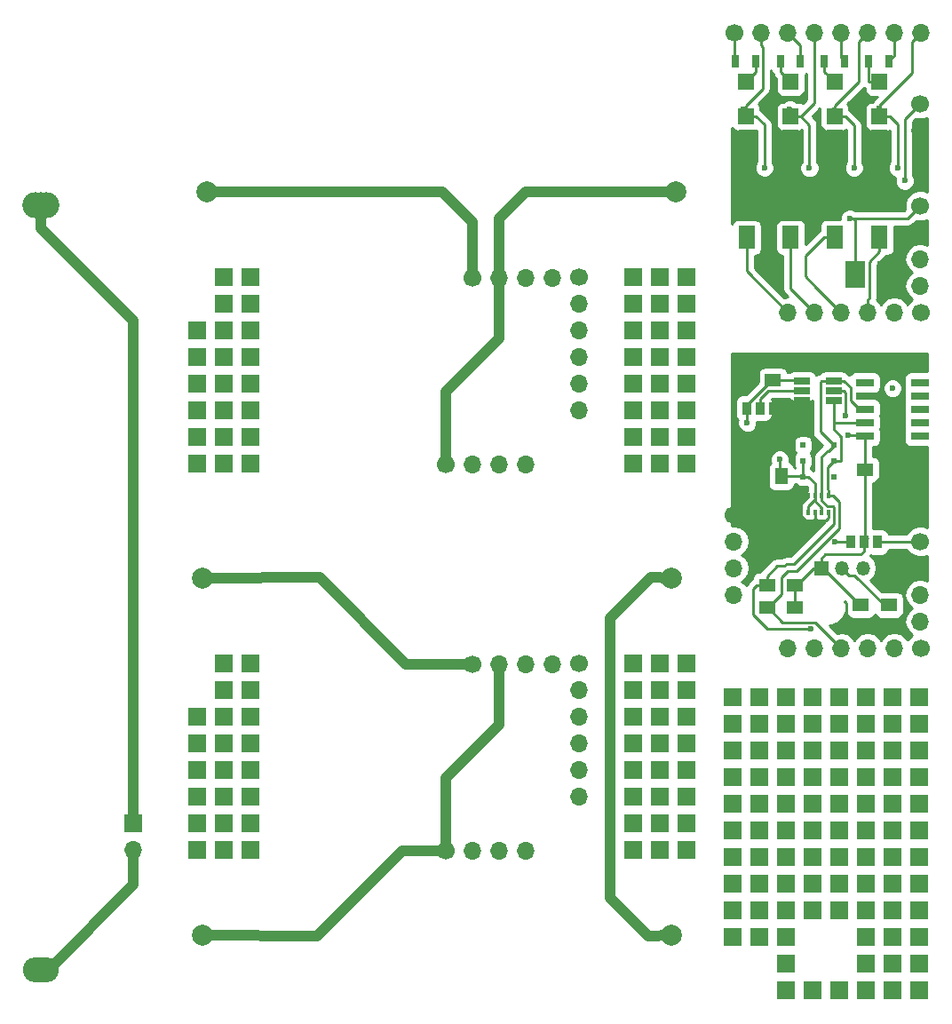
<source format=gtl>
%MOIN*%
%OFA0B0*%
%FSLAX46Y46*%
%IPPOS*%
%LPD*%
%ADD10C,0.0039370078740157488*%
%ADD11R,0.066929133858267723X0.066929133858267723*%
%ADD22C,0.0039370078740157488*%
%ADD23C,0.066929133858267723*%
%ADD24O,0.066929133858267723X0.066929133858267723*%
%ADD25R,0.062992125984251982X0.085826771653543313*%
%ADD26R,0.076771653543307089X0.0984251968503937*%
%ADD27R,0.059055118110236227X0.059055118110236227*%
%ADD28R,0.027559055118110236X0.051181102362204731*%
%ADD29C,0.023622047244094488*%
%ADD30C,0.00984251968503937*%
%ADD31C,0.01*%
%ADD42C,0.0039370078740157488*%
%ADD43O,0.0984251968503937X0.0984251968503937*%
%ADD44O,0.094488188976377951X0.094488188976377951*%
%ADD45R,0.066929133858267723X0.066929133858267723*%
%ADD46O,0.066929133858267723X0.066929133858267723*%
%ADD47C,0.03937007874015748*%
%ADD58C,0.0039370078740157488*%
%ADD59R,0.066929133858267723X0.066929133858267723*%
%ADD60C,0.066929133858267723*%
%ADD61O,0.066929133858267723X0.066929133858267723*%
%ADD62C,0.07874015748031496*%
%ADD63C,0.03937007874015748*%
%ADD74C,0.0039370078740157488*%
%ADD75R,0.066929133858267723X0.066929133858267723*%
%ADD76C,0.066929133858267723*%
%ADD77O,0.066929133858267723X0.066929133858267723*%
%ADD78C,0.07874015748031496*%
%ADD79C,0.03937007874015748*%
%ADD90C,0.0039370078740157488*%
%ADD91C,0.066929133858267723*%
%ADD92O,0.066929133858267723X0.066929133858267723*%
%ADD93R,0.059055118110236227X0.049212598425196853*%
%ADD94R,0.049212598425196853X0.059055118110236227*%
%ADD95R,0.038188976377952759X0.05*%
%ADD96R,0.059055118110236227X0.051181102362204731*%
%ADD97C,0.023622047244094488*%
%ADD98R,0.070866141732283464X0.031496062992125991*%
%ADD99R,0.059055118110236227X0.027559055118110236*%
%ADD100R,0.01968503937007874X0.023622047244094488*%
%ADD101R,0.023622047244094488X0.01968503937007874*%
%ADD102R,0.053149606299212608X0.053149606299212608*%
%ADD103O,0.053149606299212608X0.053149606299212608*%
%ADD104R,0.013779527559055118X0.01968503937007874*%
%ADD105C,0.00984251968503937*%
%ADD106C,0.01*%
%LPD*%
G01*
D10*
D11*
X-0002165354Y0005511811D02*
X0003684645Y0001161811D03*
X0003584645Y0001161811D03*
X0003684645Y0001061811D03*
X0003584645Y0001061811D03*
X0002984645Y0001161811D03*
X0003084645Y0001161811D03*
X0003184645Y0001161811D03*
X0003284645Y0001161811D03*
X0003384645Y0001161811D03*
X0003484645Y0001161811D03*
X0002984645Y0001061811D03*
X0003084645Y0001061811D03*
X0003184645Y0001061811D03*
X0003284645Y0001061811D03*
X0003384645Y0001061811D03*
X0003484645Y0001061811D03*
X0002984645Y0000961810D03*
X0003084645Y0000961810D03*
X0003184645Y0000961810D03*
X0003284645Y0000961810D03*
X0003384645Y0000961810D03*
X0003484645Y0000961810D03*
X0003584645Y0000961810D03*
X0003684645Y0000961810D03*
X0002984645Y0000861810D03*
X0003084645Y0000861810D03*
X0003184645Y0000861810D03*
X0003284645Y0000861810D03*
X0003384645Y0000861810D03*
X0003484645Y0000861810D03*
X0003584645Y0000861810D03*
X0003684645Y0000861810D03*
X0002984645Y0000761810D03*
X0003084645Y0000761810D03*
X0003184645Y0000761810D03*
X0003284645Y0000761810D03*
X0003384645Y0000761810D03*
X0003484645Y0000761810D03*
X0003584645Y0000761810D03*
X0003684645Y0000761810D03*
X0002984645Y0000661811D03*
X0003084645Y0000661811D03*
X0003184645Y0000661811D03*
X0003284645Y0000661811D03*
X0003384645Y0000661811D03*
X0003484645Y0000661811D03*
X0003584645Y0000661811D03*
X0003684645Y0000661811D03*
X0002984645Y0000561810D03*
X0003084645Y0000561810D03*
X0003184645Y0000561810D03*
X0003284645Y0000561810D03*
X0003384645Y0000561810D03*
X0003484645Y0000561810D03*
X0003584645Y0000561810D03*
X0003684645Y0000561810D03*
X0002984645Y0000461809D03*
X0003084645Y0000461809D03*
X0003184645Y0000461809D03*
X0003284645Y0000461809D03*
X0003384645Y0000461809D03*
X0003484645Y0000461809D03*
X0003584645Y0000461809D03*
X0003684645Y0000461809D03*
X0002984645Y0000361810D03*
X0003084645Y0000361810D03*
X0003184645Y0000361810D03*
X0003284645Y0000361810D03*
X0003384645Y0000361810D03*
X0003484645Y0000361810D03*
X0003584645Y0000361810D03*
X0003684645Y0000361810D03*
X0002984645Y0000261811D03*
X0003084645Y0000261811D03*
X0003184645Y0000261811D03*
X0003484645Y0000261811D03*
X0003584645Y0000261811D03*
X0003684645Y0000261811D03*
X0003184645Y0000161811D03*
X0003484645Y0000161811D03*
X0003584645Y0000161811D03*
X0003684645Y0000161811D03*
X0003184645Y0000061810D03*
X0003284645Y0000061810D03*
X0003384645Y0000061810D03*
X0003484645Y0000061810D03*
X0003584645Y0000061810D03*
X0003684645Y0000061810D03*
G01*
D22*
D23*
X-0003740157Y0007480314D02*
X0003684842Y0003390314D03*
D24*
X0003684842Y0003290314D03*
D23*
X0002989842Y0003657314D03*
D24*
X0003089842Y0003657314D03*
X0003189842Y0003657314D03*
X0003289842Y0003657314D03*
X0003389842Y0003657314D03*
X0003489842Y0003657314D03*
X0003589842Y0003657314D03*
X0003689842Y0003657314D03*
D23*
X0003687341Y0003007814D03*
D24*
X0003687341Y0002907814D03*
X0003687341Y0002807814D03*
X0003687341Y0002707814D03*
D23*
X0003689842Y0002607813D03*
D24*
X0003589842Y0002607813D03*
X0003489842Y0002607813D03*
X0003389842Y0002607813D03*
X0003289842Y0002607813D03*
X0003189842Y0002607813D03*
D25*
X0003035842Y0002888606D03*
X0003035842Y0003250023D03*
X0003200842Y0002889606D03*
X0003200842Y0003251023D03*
X0003366842Y0002889606D03*
X0003366842Y0003251023D03*
X0003533842Y0002889606D03*
X0003533842Y0003251023D03*
D26*
X0003443803Y0002751314D03*
X0003563881Y0002751314D03*
D27*
X0003031842Y0003473274D03*
X0003031842Y0003343354D03*
D28*
X0002994440Y0003551314D03*
X0003069244Y0003551314D03*
D27*
X0003199842Y0003473274D03*
X0003199842Y0003343354D03*
X0003365842Y0003473274D03*
X0003365842Y0003343354D03*
X0003533842Y0003473274D03*
X0003533842Y0003343354D03*
D28*
X0003237244Y0003551314D03*
X0003162440Y0003551314D03*
X0003402244Y0003550314D03*
X0003327440Y0003550314D03*
X0003569243Y0003551314D03*
X0003494440Y0003551314D03*
D29*
X0003564342Y0002754314D03*
X0003628842Y0003101814D03*
X0003422342Y0002959814D03*
X0003102342Y0003150313D03*
X0003023842Y0003369574D03*
X0003271342Y0003149314D03*
X0003197842Y0003369574D03*
X0003438342Y0003149814D03*
X0003365842Y0003367574D03*
X0003601842Y0003150313D03*
X0003533842Y0003373814D03*
D30*
X0003564342Y0002754314D02*
X0003563881Y0002753854D01*
X0003563881Y0002753854D02*
X0003563881Y0002751314D01*
X0003533842Y0002889606D02*
X0003533842Y0002836850D01*
X0003533842Y0002836850D02*
X0003494984Y0002797992D01*
X0003494984Y0002797992D02*
X0003494984Y0002660282D01*
X0003494984Y0002660282D02*
X0003489842Y0002655140D01*
X0003489842Y0002655140D02*
X0003489842Y0002607813D01*
X0003305026Y0002869129D02*
X0003305026Y0002869000D01*
X0003255842Y0002741814D02*
X0003297342Y0002700313D01*
X0003255842Y0002819814D02*
X0003255842Y0002741814D01*
X0003305026Y0002869000D02*
X0003255842Y0002819814D01*
X0003366842Y0002889606D02*
X0003325503Y0002889606D01*
X0003325503Y0002889606D02*
X0003305026Y0002869129D01*
X0003297342Y0002700313D02*
X0003356377Y0002641279D01*
X0003356377Y0002641279D02*
X0003389842Y0002607813D01*
X0003200842Y0002889606D02*
X0003200842Y0002696814D01*
X0003200842Y0002696814D02*
X0003289842Y0002607813D01*
X0003035842Y0002888606D02*
X0003035842Y0002761814D01*
X0003035842Y0002761814D02*
X0003189842Y0002607813D01*
X0003628842Y0003101814D02*
X0003628842Y0003334314D01*
X0003628842Y0003334314D02*
X0003684842Y0003390314D01*
X0003628842Y0003334314D02*
X0003684842Y0003390314D01*
X0003589842Y0003657314D02*
X0003589842Y0003571913D01*
X0003589842Y0003571913D02*
X0003569243Y0003551314D01*
X0003389842Y0003657314D02*
X0003389842Y0003562716D01*
X0003389842Y0003562716D02*
X0003402244Y0003550314D01*
X0003189842Y0003657314D02*
X0003237244Y0003609913D01*
X0003237244Y0003609913D02*
X0003237244Y0003551314D01*
X0002989842Y0003657314D02*
X0002989842Y0003555913D01*
X0002989842Y0003555913D02*
X0002994440Y0003551314D01*
X0003443803Y0002916814D02*
X0003443803Y0002953354D01*
X0003443803Y0002953354D02*
X0003437342Y0002959814D01*
X0003422342Y0002959814D02*
X0003437342Y0002959814D01*
X0003437342Y0002959814D02*
X0003495342Y0002959814D01*
X0003443803Y0002751314D02*
X0003443803Y0002916814D01*
X0003495342Y0002959814D02*
X0003639341Y0002959814D01*
X0003639341Y0002959814D02*
X0003687341Y0003007814D01*
X0003684842Y0003005314D02*
X0003687341Y0003007814D01*
X0003031842Y0003343354D02*
X0003071212Y0003343354D01*
X0003071212Y0003343354D02*
X0003102342Y0003312223D01*
X0003102342Y0003312223D02*
X0003102342Y0003150313D01*
X0003031842Y0003343354D02*
X0003031842Y0003361574D01*
X0003031842Y0003361574D02*
X0003023842Y0003369574D01*
X0003089842Y0003657314D02*
X0003089842Y0003609988D01*
X0003089842Y0003609988D02*
X0003095818Y0003604012D01*
X0003095818Y0003604012D02*
X0003095818Y0003446700D01*
X0003095818Y0003446700D02*
X0003031842Y0003382723D01*
X0003031842Y0003382723D02*
X0003031842Y0003343354D01*
X0003069244Y0003551314D02*
X0003069244Y0003510677D01*
X0003069244Y0003510677D02*
X0003031842Y0003473274D01*
X0003239212Y0003343354D02*
X0003271342Y0003311224D01*
X0003271342Y0003311224D02*
X0003271342Y0003149314D01*
X0003199842Y0003343354D02*
X0003199842Y0003367574D01*
X0003199842Y0003367574D02*
X0003197842Y0003369574D01*
X0003289842Y0003657314D02*
X0003289842Y0003393984D01*
X0003289842Y0003393984D02*
X0003239212Y0003343354D01*
X0003239212Y0003343354D02*
X0003199842Y0003343354D01*
X0003162440Y0003551314D02*
X0003162440Y0003510677D01*
X0003162440Y0003510677D02*
X0003199842Y0003473274D01*
X0003365842Y0003343354D02*
X0003405212Y0003343354D01*
X0003405212Y0003343354D02*
X0003438342Y0003310224D01*
X0003438342Y0003310224D02*
X0003438342Y0003149814D01*
X0003365842Y0003343354D02*
X0003365842Y0003367574D01*
X0003489842Y0003657314D02*
X0003456377Y0003623850D01*
X0003456377Y0003623850D02*
X0003456377Y0003473259D01*
X0003456377Y0003473259D02*
X0003365842Y0003382723D01*
X0003365842Y0003382723D02*
X0003365842Y0003343354D01*
X0003327440Y0003550314D02*
X0003327440Y0003511677D01*
X0003327440Y0003511677D02*
X0003365842Y0003473274D01*
X0003533842Y0003343354D02*
X0003573211Y0003343354D01*
X0003573211Y0003343354D02*
X0003601842Y0003314724D01*
X0003601842Y0003314724D02*
X0003601842Y0003150313D01*
X0003533842Y0003382723D02*
X0003533842Y0003373814D01*
X0003533842Y0003343354D02*
X0003533842Y0003373814D01*
X0003689842Y0003657314D02*
X0003656377Y0003623850D01*
X0003656377Y0003623850D02*
X0003656377Y0003505259D01*
X0003656377Y0003505259D02*
X0003533842Y0003382723D01*
X0003494440Y0003551314D02*
X0003494440Y0003473307D01*
X0003494440Y0003473307D02*
X0003494471Y0003473274D01*
X0003494471Y0003473274D02*
X0003533842Y0003473274D01*
D31*
G36*
X0003712204Y0002860931D02*
X0003710861Y0002861829D01*
X0003688487Y0002866279D01*
X0003686197Y0002866279D01*
X0003663823Y0002861829D01*
X0003644856Y0002849155D01*
X0003632182Y0002830188D01*
X0003627732Y0002807814D01*
X0003632182Y0002785441D01*
X0003644856Y0002766474D01*
X0003657815Y0002757814D01*
X0003644856Y0002749155D01*
X0003632182Y0002730188D01*
X0003627732Y0002707814D01*
X0003632182Y0002685440D01*
X0003644856Y0002666474D01*
X0003657792Y0002657830D01*
X0003656768Y0002657407D01*
X0003640307Y0002640975D01*
X0003639198Y0002638305D01*
X0003631183Y0002650301D01*
X0003612215Y0002662974D01*
X0003589842Y0002667424D01*
X0003567469Y0002662974D01*
X0003548500Y0002650301D01*
X0003539842Y0002637341D01*
X0003531182Y0002650301D01*
X0003523889Y0002655174D01*
X0003524905Y0002660282D01*
X0003524905Y0002785597D01*
X0003555000Y0002815692D01*
X0003558681Y0002821202D01*
X0003565338Y0002821202D01*
X0003574603Y0002822946D01*
X0003583111Y0002828421D01*
X0003588819Y0002836775D01*
X0003590828Y0002846692D01*
X0003590828Y0002929893D01*
X0003639341Y0002929893D01*
X0003650792Y0002932171D01*
X0003660500Y0002938657D01*
X0003672510Y0002950668D01*
X0003675662Y0002949360D01*
X0003698920Y0002949340D01*
X0003712204Y0002954829D01*
X0003712204Y0002860931D01*
X0003712204Y0002860931D01*
G37*
X0003712204Y0002860931D02*
X0003710861Y0002861829D01*
X0003688487Y0002866279D01*
X0003686197Y0002866279D01*
X0003663823Y0002861829D01*
X0003644856Y0002849155D01*
X0003632182Y0002830188D01*
X0003627732Y0002807814D01*
X0003632182Y0002785441D01*
X0003644856Y0002766474D01*
X0003657815Y0002757814D01*
X0003644856Y0002749155D01*
X0003632182Y0002730188D01*
X0003627732Y0002707814D01*
X0003632182Y0002685440D01*
X0003644856Y0002666474D01*
X0003657792Y0002657830D01*
X0003656768Y0002657407D01*
X0003640307Y0002640975D01*
X0003639198Y0002638305D01*
X0003631183Y0002650301D01*
X0003612215Y0002662974D01*
X0003589842Y0002667424D01*
X0003567469Y0002662974D01*
X0003548500Y0002650301D01*
X0003539842Y0002637341D01*
X0003531182Y0002650301D01*
X0003523889Y0002655174D01*
X0003524905Y0002660282D01*
X0003524905Y0002785597D01*
X0003555000Y0002815692D01*
X0003558681Y0002821202D01*
X0003565338Y0002821202D01*
X0003574603Y0002822946D01*
X0003583111Y0002828421D01*
X0003588819Y0002836775D01*
X0003590828Y0002846692D01*
X0003590828Y0002929893D01*
X0003639341Y0002929893D01*
X0003650792Y0002932171D01*
X0003660500Y0002938657D01*
X0003672510Y0002950668D01*
X0003675662Y0002949360D01*
X0003698920Y0002949340D01*
X0003712204Y0002954829D01*
X0003712204Y0002860931D01*
G36*
X0003130390Y0003507951D02*
X0003133482Y0003505838D01*
X0003134797Y0003499226D01*
X0003141283Y0003489518D01*
X0003144825Y0003485977D01*
X0003144825Y0003443748D01*
X0003146568Y0003434483D01*
X0003152043Y0003425974D01*
X0003160397Y0003420266D01*
X0003170314Y0003418258D01*
X0003229370Y0003418258D01*
X0003238634Y0003420001D01*
X0003247143Y0003425476D01*
X0003252851Y0003433830D01*
X0003254859Y0003443748D01*
X0003254859Y0003500956D01*
X0003259921Y0003501908D01*
X0003259921Y0003406378D01*
X0003245595Y0003392052D01*
X0003239287Y0003396363D01*
X0003229370Y0003398371D01*
X0003221109Y0003398371D01*
X0003218721Y0003400763D01*
X0003205196Y0003406379D01*
X0003190552Y0003406392D01*
X0003177017Y0003400799D01*
X0003174585Y0003398371D01*
X0003170314Y0003398371D01*
X0003161050Y0003396628D01*
X0003152541Y0003391153D01*
X0003146832Y0003382798D01*
X0003144825Y0003372881D01*
X0003144825Y0003313826D01*
X0003146568Y0003304562D01*
X0003152043Y0003296053D01*
X0003160397Y0003290345D01*
X0003170314Y0003288337D01*
X0003229370Y0003288337D01*
X0003238634Y0003290080D01*
X0003241421Y0003291873D01*
X0003241421Y0003171459D01*
X0003240153Y0003170193D01*
X0003234537Y0003156669D01*
X0003234525Y0003142024D01*
X0003240117Y0003128490D01*
X0003250463Y0003118126D01*
X0003263988Y0003112510D01*
X0003278632Y0003112497D01*
X0003292167Y0003118089D01*
X0003302530Y0003128435D01*
X0003308147Y0003141960D01*
X0003308159Y0003156605D01*
X0003302567Y0003170139D01*
X0003301263Y0003171445D01*
X0003301263Y0003311224D01*
X0003298986Y0003322674D01*
X0003292500Y0003332381D01*
X0003281527Y0003343354D01*
X0003310825Y0003372651D01*
X0003310825Y0003313826D01*
X0003312567Y0003304562D01*
X0003318043Y0003296053D01*
X0003326398Y0003290345D01*
X0003336314Y0003288337D01*
X0003395370Y0003288337D01*
X0003404634Y0003290080D01*
X0003408421Y0003292516D01*
X0003408421Y0003171959D01*
X0003407153Y0003170693D01*
X0003401537Y0003157169D01*
X0003401525Y0003142524D01*
X0003407116Y0003128990D01*
X0003417462Y0003118626D01*
X0003430988Y0003113010D01*
X0003445632Y0003112997D01*
X0003459167Y0003118588D01*
X0003469531Y0003128935D01*
X0003475147Y0003142459D01*
X0003475159Y0003157105D01*
X0003469567Y0003170639D01*
X0003468263Y0003171945D01*
X0003468263Y0003310224D01*
X0003465986Y0003321674D01*
X0003459500Y0003331381D01*
X0003426370Y0003364511D01*
X0003420859Y0003368193D01*
X0003420859Y0003372881D01*
X0003419116Y0003382146D01*
X0003414599Y0003389166D01*
X0003475854Y0003450421D01*
X0003478825Y0003448436D01*
X0003478825Y0003443748D01*
X0003480568Y0003434483D01*
X0003486043Y0003425974D01*
X0003494398Y0003420266D01*
X0003504314Y0003418258D01*
X0003527061Y0003418258D01*
X0003514424Y0003405621D01*
X0003513017Y0003405040D01*
X0003506337Y0003398371D01*
X0003504314Y0003398371D01*
X0003495050Y0003396628D01*
X0003486541Y0003391153D01*
X0003480833Y0003382798D01*
X0003478825Y0003372881D01*
X0003478825Y0003313826D01*
X0003480568Y0003304562D01*
X0003486043Y0003296053D01*
X0003494398Y0003290345D01*
X0003504314Y0003288337D01*
X0003563370Y0003288337D01*
X0003571920Y0003289945D01*
X0003571920Y0003172459D01*
X0003570653Y0003171193D01*
X0003565037Y0003157669D01*
X0003565025Y0003143023D01*
X0003570617Y0003129490D01*
X0003580963Y0003119126D01*
X0003593935Y0003113739D01*
X0003592037Y0003109169D01*
X0003592025Y0003094524D01*
X0003597616Y0003080990D01*
X0003607963Y0003070626D01*
X0003621487Y0003065010D01*
X0003636131Y0003064997D01*
X0003649667Y0003070588D01*
X0003660031Y0003080934D01*
X0003665647Y0003094460D01*
X0003665659Y0003109105D01*
X0003660067Y0003122639D01*
X0003658763Y0003123945D01*
X0003658763Y0003321921D01*
X0003670011Y0003333168D01*
X0003673162Y0003331860D01*
X0003696420Y0003331840D01*
X0003712204Y0003338362D01*
X0003712204Y0003060795D01*
X0003699022Y0003066269D01*
X0003675764Y0003066289D01*
X0003654268Y0003057407D01*
X0003637807Y0003040975D01*
X0003628888Y0003019495D01*
X0003628867Y0002996236D01*
X0003630207Y0002992994D01*
X0003626948Y0002989735D01*
X0003444486Y0002989735D01*
X0003443221Y0002991003D01*
X0003429696Y0002996618D01*
X0003415052Y0002996632D01*
X0003401517Y0002991040D01*
X0003391153Y0002980693D01*
X0003385537Y0002967169D01*
X0003385529Y0002958009D01*
X0003335346Y0002958009D01*
X0003326082Y0002956266D01*
X0003317573Y0002950790D01*
X0003311864Y0002942436D01*
X0003309855Y0002932519D01*
X0003309855Y0002914445D01*
X0003304345Y0002910763D01*
X0003283870Y0002890287D01*
X0003283607Y0002889895D01*
X0003257828Y0002864115D01*
X0003257828Y0002932519D01*
X0003256085Y0002941784D01*
X0003250609Y0002950292D01*
X0003242254Y0002956001D01*
X0003232338Y0002958009D01*
X0003169346Y0002958009D01*
X0003160082Y0002956266D01*
X0003151572Y0002950790D01*
X0003145864Y0002942436D01*
X0003143856Y0002932519D01*
X0003143856Y0002846692D01*
X0003145599Y0002837428D01*
X0003151075Y0002828919D01*
X0003159429Y0002823211D01*
X0003169346Y0002821202D01*
X0003170921Y0002821202D01*
X0003170921Y0002696814D01*
X0003173198Y0002685364D01*
X0003179685Y0002675657D01*
X0003188236Y0002667104D01*
X0003175417Y0002664554D01*
X0003065763Y0002774208D01*
X0003065763Y0002820203D01*
X0003067338Y0002820203D01*
X0003076602Y0002821946D01*
X0003085110Y0002827421D01*
X0003090820Y0002835775D01*
X0003092828Y0002845692D01*
X0003092828Y0002931518D01*
X0003091085Y0002940784D01*
X0003085609Y0002949292D01*
X0003077255Y0002955001D01*
X0003067338Y0002957009D01*
X0003004346Y0002957009D01*
X0002995081Y0002955265D01*
X0002986573Y0002949790D01*
X0002980863Y0002941436D01*
X0002980708Y0002940664D01*
X0002980708Y0003301236D01*
X0002984043Y0003296053D01*
X0002992398Y0003290345D01*
X0003002313Y0003288337D01*
X0003061370Y0003288337D01*
X0003070634Y0003290080D01*
X0003072421Y0003291229D01*
X0003072421Y0003172459D01*
X0003071153Y0003171193D01*
X0003065537Y0003157669D01*
X0003065525Y0003143023D01*
X0003071117Y0003129490D01*
X0003081463Y0003119126D01*
X0003094988Y0003113510D01*
X0003109632Y0003113497D01*
X0003123167Y0003119089D01*
X0003133531Y0003129435D01*
X0003139146Y0003142960D01*
X0003139159Y0003157605D01*
X0003133567Y0003171139D01*
X0003132263Y0003172444D01*
X0003132263Y0003312223D01*
X0003129986Y0003323673D01*
X0003123500Y0003333381D01*
X0003092370Y0003364511D01*
X0003086859Y0003368193D01*
X0003086859Y0003372881D01*
X0003085115Y0003382146D01*
X0003080599Y0003389166D01*
X0003116976Y0003425543D01*
X0003123462Y0003435250D01*
X0003124388Y0003439907D01*
X0003125740Y0003446700D01*
X0003125740Y0003515177D01*
X0003130390Y0003507951D01*
X0003130390Y0003507951D01*
G37*
X0003130390Y0003507951D02*
X0003133482Y0003505838D01*
X0003134797Y0003499226D01*
X0003141283Y0003489518D01*
X0003144825Y0003485977D01*
X0003144825Y0003443748D01*
X0003146568Y0003434483D01*
X0003152043Y0003425974D01*
X0003160397Y0003420266D01*
X0003170314Y0003418258D01*
X0003229370Y0003418258D01*
X0003238634Y0003420001D01*
X0003247143Y0003425476D01*
X0003252851Y0003433830D01*
X0003254859Y0003443748D01*
X0003254859Y0003500956D01*
X0003259921Y0003501908D01*
X0003259921Y0003406378D01*
X0003245595Y0003392052D01*
X0003239287Y0003396363D01*
X0003229370Y0003398371D01*
X0003221109Y0003398371D01*
X0003218721Y0003400763D01*
X0003205196Y0003406379D01*
X0003190552Y0003406392D01*
X0003177017Y0003400799D01*
X0003174585Y0003398371D01*
X0003170314Y0003398371D01*
X0003161050Y0003396628D01*
X0003152541Y0003391153D01*
X0003146832Y0003382798D01*
X0003144825Y0003372881D01*
X0003144825Y0003313826D01*
X0003146568Y0003304562D01*
X0003152043Y0003296053D01*
X0003160397Y0003290345D01*
X0003170314Y0003288337D01*
X0003229370Y0003288337D01*
X0003238634Y0003290080D01*
X0003241421Y0003291873D01*
X0003241421Y0003171459D01*
X0003240153Y0003170193D01*
X0003234537Y0003156669D01*
X0003234525Y0003142024D01*
X0003240117Y0003128490D01*
X0003250463Y0003118126D01*
X0003263988Y0003112510D01*
X0003278632Y0003112497D01*
X0003292167Y0003118089D01*
X0003302530Y0003128435D01*
X0003308147Y0003141960D01*
X0003308159Y0003156605D01*
X0003302567Y0003170139D01*
X0003301263Y0003171445D01*
X0003301263Y0003311224D01*
X0003298986Y0003322674D01*
X0003292500Y0003332381D01*
X0003281527Y0003343354D01*
X0003310825Y0003372651D01*
X0003310825Y0003313826D01*
X0003312567Y0003304562D01*
X0003318043Y0003296053D01*
X0003326398Y0003290345D01*
X0003336314Y0003288337D01*
X0003395370Y0003288337D01*
X0003404634Y0003290080D01*
X0003408421Y0003292516D01*
X0003408421Y0003171959D01*
X0003407153Y0003170693D01*
X0003401537Y0003157169D01*
X0003401525Y0003142524D01*
X0003407116Y0003128990D01*
X0003417462Y0003118626D01*
X0003430988Y0003113010D01*
X0003445632Y0003112997D01*
X0003459167Y0003118588D01*
X0003469531Y0003128935D01*
X0003475147Y0003142459D01*
X0003475159Y0003157105D01*
X0003469567Y0003170639D01*
X0003468263Y0003171945D01*
X0003468263Y0003310224D01*
X0003465986Y0003321674D01*
X0003459500Y0003331381D01*
X0003426370Y0003364511D01*
X0003420859Y0003368193D01*
X0003420859Y0003372881D01*
X0003419116Y0003382146D01*
X0003414599Y0003389166D01*
X0003475854Y0003450421D01*
X0003478825Y0003448436D01*
X0003478825Y0003443748D01*
X0003480568Y0003434483D01*
X0003486043Y0003425974D01*
X0003494398Y0003420266D01*
X0003504314Y0003418258D01*
X0003527061Y0003418258D01*
X0003514424Y0003405621D01*
X0003513017Y0003405040D01*
X0003506337Y0003398371D01*
X0003504314Y0003398371D01*
X0003495050Y0003396628D01*
X0003486541Y0003391153D01*
X0003480833Y0003382798D01*
X0003478825Y0003372881D01*
X0003478825Y0003313826D01*
X0003480568Y0003304562D01*
X0003486043Y0003296053D01*
X0003494398Y0003290345D01*
X0003504314Y0003288337D01*
X0003563370Y0003288337D01*
X0003571920Y0003289945D01*
X0003571920Y0003172459D01*
X0003570653Y0003171193D01*
X0003565037Y0003157669D01*
X0003565025Y0003143023D01*
X0003570617Y0003129490D01*
X0003580963Y0003119126D01*
X0003593935Y0003113739D01*
X0003592037Y0003109169D01*
X0003592025Y0003094524D01*
X0003597616Y0003080990D01*
X0003607963Y0003070626D01*
X0003621487Y0003065010D01*
X0003636131Y0003064997D01*
X0003649667Y0003070588D01*
X0003660031Y0003080934D01*
X0003665647Y0003094460D01*
X0003665659Y0003109105D01*
X0003660067Y0003122639D01*
X0003658763Y0003123945D01*
X0003658763Y0003321921D01*
X0003670011Y0003333168D01*
X0003673162Y0003331860D01*
X0003696420Y0003331840D01*
X0003712204Y0003338362D01*
X0003712204Y0003060795D01*
X0003699022Y0003066269D01*
X0003675764Y0003066289D01*
X0003654268Y0003057407D01*
X0003637807Y0003040975D01*
X0003628888Y0003019495D01*
X0003628867Y0002996236D01*
X0003630207Y0002992994D01*
X0003626948Y0002989735D01*
X0003444486Y0002989735D01*
X0003443221Y0002991003D01*
X0003429696Y0002996618D01*
X0003415052Y0002996632D01*
X0003401517Y0002991040D01*
X0003391153Y0002980693D01*
X0003385537Y0002967169D01*
X0003385529Y0002958009D01*
X0003335346Y0002958009D01*
X0003326082Y0002956266D01*
X0003317573Y0002950790D01*
X0003311864Y0002942436D01*
X0003309855Y0002932519D01*
X0003309855Y0002914445D01*
X0003304345Y0002910763D01*
X0003283870Y0002890287D01*
X0003283607Y0002889895D01*
X0003257828Y0002864115D01*
X0003257828Y0002932519D01*
X0003256085Y0002941784D01*
X0003250609Y0002950292D01*
X0003242254Y0002956001D01*
X0003232338Y0002958009D01*
X0003169346Y0002958009D01*
X0003160082Y0002956266D01*
X0003151572Y0002950790D01*
X0003145864Y0002942436D01*
X0003143856Y0002932519D01*
X0003143856Y0002846692D01*
X0003145599Y0002837428D01*
X0003151075Y0002828919D01*
X0003159429Y0002823211D01*
X0003169346Y0002821202D01*
X0003170921Y0002821202D01*
X0003170921Y0002696814D01*
X0003173198Y0002685364D01*
X0003179685Y0002675657D01*
X0003188236Y0002667104D01*
X0003175417Y0002664554D01*
X0003065763Y0002774208D01*
X0003065763Y0002820203D01*
X0003067338Y0002820203D01*
X0003076602Y0002821946D01*
X0003085110Y0002827421D01*
X0003090820Y0002835775D01*
X0003092828Y0002845692D01*
X0003092828Y0002931518D01*
X0003091085Y0002940784D01*
X0003085609Y0002949292D01*
X0003077255Y0002955001D01*
X0003067338Y0002957009D01*
X0003004346Y0002957009D01*
X0002995081Y0002955265D01*
X0002986573Y0002949790D01*
X0002980863Y0002941436D01*
X0002980708Y0002940664D01*
X0002980708Y0003301236D01*
X0002984043Y0003296053D01*
X0002992398Y0003290345D01*
X0003002313Y0003288337D01*
X0003061370Y0003288337D01*
X0003070634Y0003290080D01*
X0003072421Y0003291229D01*
X0003072421Y0003172459D01*
X0003071153Y0003171193D01*
X0003065537Y0003157669D01*
X0003065525Y0003143023D01*
X0003071117Y0003129490D01*
X0003081463Y0003119126D01*
X0003094988Y0003113510D01*
X0003109632Y0003113497D01*
X0003123167Y0003119089D01*
X0003133531Y0003129435D01*
X0003139146Y0003142960D01*
X0003139159Y0003157605D01*
X0003133567Y0003171139D01*
X0003132263Y0003172444D01*
X0003132263Y0003312223D01*
X0003129986Y0003323673D01*
X0003123500Y0003333381D01*
X0003092370Y0003364511D01*
X0003086859Y0003368193D01*
X0003086859Y0003372881D01*
X0003085115Y0003382146D01*
X0003080599Y0003389166D01*
X0003116976Y0003425543D01*
X0003123462Y0003435250D01*
X0003124388Y0003439907D01*
X0003125740Y0003446700D01*
X0003125740Y0003515177D01*
X0003130390Y0003507951D01*
G04 next file*
%LPD*%
G01*
D42*
D43*
X-0006692913Y0004921259D02*
X0000406771Y0003011299D03*
X0000367401Y0003011299D03*
D44*
X0000367401Y0000141220D03*
X0000406771Y0000141220D03*
X0000387086Y0000141220D03*
D43*
X0000387086Y0003011299D03*
D45*
X0000734586Y0000691259D03*
D46*
X0000734586Y0000591259D03*
D47*
X0000734586Y0000591259D02*
X0000734586Y0000459192D01*
X0000734586Y0000459192D02*
X0000416614Y0000141220D01*
X0000416614Y0000141220D02*
X0000387086Y0000141220D01*
X0000387086Y0003011299D02*
X0000387086Y0002924684D01*
X0000387086Y0002924684D02*
X0000734586Y0002577185D01*
X0000734586Y0002577185D02*
X0000734586Y0000691259D01*
G01*
D58*
D59*
X-0002465984Y-0006139999D02*
X0001171515Y0000590000D03*
X0001171515Y0000689999D03*
X0001171515Y0000790000D03*
X0001171515Y0000890000D03*
X0001171515Y0000990000D03*
X0001171515Y0001090000D03*
X0001171515Y0001190000D03*
X0001171515Y0001290000D03*
X0001071515Y0000590000D03*
X0001071515Y0000689999D03*
X0001071515Y0000790000D03*
X0001071515Y0000890000D03*
X0001071515Y0000990000D03*
X0001071515Y0001090000D03*
X0001071515Y0001190000D03*
X0001071515Y0001290000D03*
X0000971515Y0000590000D03*
X0000971515Y0000689999D03*
X0000971515Y0000790000D03*
X0000971515Y0000890000D03*
X0000971515Y0000990000D03*
X0000971515Y0001090000D03*
X0002609015Y0000590000D03*
X0002609015Y0000689999D03*
X0002609015Y0000790000D03*
X0002609015Y0000890000D03*
X0002609015Y0000990000D03*
X0002609015Y0001090000D03*
X0002609015Y0001190000D03*
X0002609015Y0001290000D03*
X0002709014Y0000590000D03*
X0002709014Y0000689999D03*
X0002709014Y0000790000D03*
X0002709014Y0000890000D03*
X0002709014Y0000990000D03*
X0002709014Y0001090000D03*
X0002709014Y0001190000D03*
X0002709014Y0001290000D03*
X0002809015Y0000590000D03*
X0002809015Y0000689999D03*
X0002809015Y0000790000D03*
X0002809015Y0000890000D03*
X0002809015Y0000990000D03*
X0002809015Y0001090000D03*
X0002809015Y0001190000D03*
X0002809015Y0001290000D03*
D60*
X0001906515Y0000587500D03*
D61*
X0002006514Y0000587500D03*
X0002106515Y0000587500D03*
X0002206515Y0000587500D03*
D60*
X0002006514Y0001287500D03*
D61*
X0002106515Y0001287500D03*
X0002206515Y0001287500D03*
X0002306515Y0001287500D03*
D60*
X0002406515Y0001290000D03*
D61*
X0002406515Y0001190000D03*
X0002406515Y0001090000D03*
X0002406515Y0000990000D03*
X0002406515Y0000890000D03*
X0002406515Y0000790000D03*
D62*
X0000994094Y0001610000D03*
X0002753935Y0001610000D03*
X0002753935Y0000270000D03*
X0000994094Y0000270000D03*
D63*
X0002524015Y0001460000D02*
X0002676515Y0001612500D01*
X0002676515Y0001612500D02*
X0002753935Y0001610000D01*
X0002524015Y0000409999D02*
X0002524015Y0001460000D01*
X0002666515Y0000267500D02*
X0002524015Y0000409999D01*
X0002753935Y0000270000D02*
X0002666515Y0000267500D01*
X0002106515Y0001287500D02*
X0002106515Y0001060000D01*
X0001906515Y0000587500D02*
X0001906515Y0000860000D01*
X0001906515Y0000860000D02*
X0002106515Y0001060000D01*
X0001906515Y0000587500D02*
X0001744015Y0000587500D01*
X0000994094Y0000270000D02*
X0001424015Y0000267500D01*
X0001424015Y0000267500D02*
X0001744015Y0000587500D01*
X0001756514Y0001287500D02*
X0001431515Y0001612500D01*
X0001431515Y0001612500D02*
X0000994094Y0001610000D01*
X0002006514Y0001287500D02*
X0001756514Y0001287500D01*
G04 next file*
G01*
D74*
D75*
X-0002465984Y-0004691496D02*
X0001171515Y0002038503D03*
X0001171515Y0002138503D03*
X0001171515Y0002238503D03*
X0001171515Y0002338503D03*
X0001171515Y0002438503D03*
X0001171515Y0002538503D03*
X0001171515Y0002638503D03*
X0001171515Y0002738503D03*
X0001071515Y0002038503D03*
X0001071515Y0002138503D03*
X0001071515Y0002238503D03*
X0001071515Y0002338503D03*
X0001071515Y0002438503D03*
X0001071515Y0002538503D03*
X0001071515Y0002638503D03*
X0001071515Y0002738503D03*
X0000971515Y0002038503D03*
X0000971515Y0002138503D03*
X0000971515Y0002238503D03*
X0000971515Y0002338503D03*
X0000971515Y0002438503D03*
X0000971515Y0002538503D03*
X0002609015Y0002038503D03*
X0002609015Y0002138503D03*
X0002609015Y0002238503D03*
X0002609015Y0002338503D03*
X0002609015Y0002438503D03*
X0002609015Y0002538503D03*
X0002609015Y0002638503D03*
X0002609015Y0002738503D03*
X0002709014Y0002038503D03*
X0002709014Y0002138503D03*
X0002709014Y0002238503D03*
X0002709014Y0002338503D03*
X0002709014Y0002438503D03*
X0002709014Y0002538503D03*
X0002709014Y0002638503D03*
X0002709014Y0002738503D03*
X0002809015Y0002038503D03*
X0002809015Y0002138503D03*
X0002809015Y0002238503D03*
X0002809015Y0002338503D03*
X0002809015Y0002438503D03*
X0002809015Y0002538503D03*
X0002809015Y0002638503D03*
X0002809015Y0002738503D03*
D76*
X0001906515Y0002036003D03*
D77*
X0002006514Y0002036003D03*
X0002106515Y0002036003D03*
X0002206515Y0002036003D03*
D76*
X0002006514Y0002736002D03*
D77*
X0002106515Y0002736002D03*
X0002206515Y0002736002D03*
X0002306515Y0002736002D03*
D76*
X0002406515Y0002738503D03*
D77*
X0002406515Y0002638503D03*
X0002406515Y0002538503D03*
X0002406515Y0002438503D03*
X0002406515Y0002338503D03*
X0002406515Y0002238503D03*
D78*
X0001009093Y0003061003D03*
X0002768936Y0003061003D03*
D79*
X0002768936Y0003061003D02*
X0002206515Y0003061003D01*
X0002206515Y0003061003D02*
X0002106515Y0002961003D01*
X0002106515Y0002961003D02*
X0002106515Y0002736002D01*
X0002106515Y0002736002D02*
X0002106515Y0002508503D01*
X0001906515Y0002036003D02*
X0001906515Y0002308503D01*
X0001906515Y0002308503D02*
X0002106515Y0002508503D01*
X0002006514Y0002736002D02*
X0002006514Y0002946003D01*
X0002006514Y0002946003D02*
X0001891515Y0003061003D01*
X0001431515Y0003061003D02*
X0001009093Y0003061003D01*
X0001891515Y0003061003D02*
X0001431515Y0003061003D01*
G04 next file*
G04 #@! TF.FileFunction,Copper,L1,Top,Signal*
G04 Gerber Fmt 4.6, Leading zero omitted, Abs format (unit mm)*
G04 Created by KiCad (PCBNEW 4.0.2-stable) date 05.09.2017 20:59:44*
G01*
G04 APERTURE LIST*
G04 APERTURE END LIST*
D90*
D91*
X-0003740157Y0006220472D02*
X0002987342Y0001847972D03*
D92*
X0002987342Y0001747972D03*
X0002987342Y0001647972D03*
X0002987342Y0001547972D03*
D91*
X0003687341Y0001747972D03*
D92*
X0003687341Y0001647972D03*
X0003687341Y0001547972D03*
X0003687341Y0001447972D03*
D91*
X0003689842Y0001347972D03*
D92*
X0003589842Y0001347972D03*
X0003489842Y0001347972D03*
X0003389842Y0001347972D03*
X0003289842Y0001347972D03*
X0003189842Y0001347972D03*
D93*
X0003134055Y0002352972D03*
X0003035629Y0002352972D03*
D94*
X0003164842Y0001992185D03*
X0003164842Y0001893759D03*
D95*
X0003424841Y0001745472D03*
X0003474842Y0001745472D03*
X0003524842Y0001745472D03*
X0003137342Y0002247972D03*
X0003087342Y0002247972D03*
X0003037342Y0002247972D03*
D96*
X0003111692Y0001582972D03*
X0003217992Y0001582972D03*
X0003111692Y0001500472D03*
X0003217992Y0001500472D03*
D97*
X0003582677Y0002322834D03*
D98*
X0003478740Y0002244094D03*
X0003478740Y0002294094D03*
X0003478740Y0002344094D03*
X0003478740Y0002194094D03*
X0003478740Y0002144094D03*
X0003686614Y0002244094D03*
X0003686614Y0002294094D03*
X0003686614Y0002344094D03*
X0003686614Y0002194094D03*
X0003686614Y0002144094D03*
D99*
X0003243287Y0002275570D03*
X0003243287Y0002312972D03*
X0003243287Y0002350374D03*
X0003361397Y0002350374D03*
X0003361397Y0002312972D03*
X0003361397Y0002275570D03*
D100*
X0003247755Y0002109527D03*
X0003247755Y0002050472D03*
X0003247755Y0001991417D03*
X0003361929Y0001991417D03*
X0003361929Y0002050472D03*
X0003361929Y0002109527D03*
D101*
X0003304842Y0002111496D03*
D102*
X0003314841Y0001647972D03*
D103*
X0003393582Y0001647972D03*
X0003472322Y0001647972D03*
X0003551062Y0001647972D03*
D93*
X0003480629Y0002017971D03*
X0003579055Y0002017971D03*
D104*
X0003266456Y0001919467D03*
X0003292046Y0001919467D03*
X0003317637Y0001919467D03*
X0003343228Y0001919467D03*
X0003266456Y0001856476D03*
X0003292046Y0001856476D03*
X0003317637Y0001856476D03*
X0003343228Y0001856476D03*
D96*
X0003570592Y0001509272D03*
X0003464292Y0001509272D03*
D97*
X0003274842Y0001420472D03*
X0003159842Y0002055472D03*
X0003417342Y0002145472D03*
X0003037342Y0002192972D03*
X0003367342Y0001745472D03*
X0003406842Y0002218972D03*
D105*
X0002987342Y0001847972D02*
X0003235196Y0001847972D01*
X0003235196Y0001847972D02*
X0003239842Y0001843326D01*
X0003257696Y0001825472D02*
X0003284250Y0001825472D01*
X0003284250Y0001825472D02*
X0003292046Y0001833267D01*
X0003239842Y0001889900D02*
X0003239842Y0001843326D01*
X0003239842Y0001843326D02*
X0003257696Y0001825472D01*
X0003266456Y0001919467D02*
X0003266456Y0001916515D01*
X0003266456Y0001916515D02*
X0003239842Y0001889900D01*
X0003299842Y0001825472D02*
X0003292046Y0001833267D01*
X0003292046Y0001833267D02*
X0003292046Y0001856476D01*
X0003331909Y0001825472D02*
X0003299842Y0001825472D01*
X0003343228Y0001856476D02*
X0003343228Y0001836791D01*
X0003343228Y0001836791D02*
X0003331909Y0001825472D01*
X0003137342Y0002247972D02*
X0003237342Y0002247972D01*
X0003243287Y0002253917D02*
X0003243287Y0002275570D01*
X0003237342Y0002247972D02*
X0003243287Y0002253917D01*
X0003425342Y0002325799D02*
X0003425342Y0002277807D01*
X0003425342Y0002277807D02*
X0003459055Y0002244094D01*
X0003459055Y0002244094D02*
X0003478740Y0002244094D01*
X0003361397Y0002350374D02*
X0003400767Y0002350374D01*
X0003400767Y0002350374D02*
X0003425342Y0002325799D01*
X0003498425Y0002244094D02*
X0003478740Y0002244094D01*
X0003361397Y0002350374D02*
X0003317244Y0002350374D01*
X0003312342Y0002159114D02*
X0003361929Y0002109527D01*
X0003312342Y0002345472D02*
X0003312342Y0002159114D01*
X0003317244Y0002350374D02*
X0003312342Y0002345472D01*
X0003361929Y0002111496D02*
X0003361929Y0002109527D01*
X0003362913Y0001841098D02*
X0003362913Y0001813543D01*
X0003212342Y0001662972D02*
X0003184786Y0001662972D01*
X0003362913Y0001813543D02*
X0003212342Y0001662972D01*
X0003177503Y0001655689D02*
X0003148976Y0001655689D01*
X0003184786Y0001662972D02*
X0003177503Y0001655689D01*
X0003111692Y0001618405D02*
X0003111692Y0001582972D01*
X0003148976Y0001655689D02*
X0003111692Y0001618405D01*
X0003362913Y0001876555D02*
X0003362913Y0001841098D01*
X0003360354Y0001879113D02*
X0003362913Y0001876555D01*
X0003338307Y0001879113D02*
X0003360354Y0001879113D01*
X0003317637Y0001919467D02*
X0003317637Y0001899783D01*
X0003317637Y0001899783D02*
X0003338307Y0001879113D01*
X0003317637Y0001919467D02*
X0003317637Y0002065236D01*
X0003317637Y0002065236D02*
X0003340275Y0002087873D01*
X0003340275Y0002087873D02*
X0003342244Y0002087873D01*
X0003342244Y0002087873D02*
X0003361929Y0002107559D01*
X0003361929Y0002107559D02*
X0003361929Y0002109527D01*
X0003059842Y0001570492D02*
X0003059842Y0001474173D01*
X0003059842Y0001474173D02*
X0003113543Y0001420472D01*
X0003113543Y0001420472D02*
X0003274842Y0001420472D01*
X0003111692Y0001582972D02*
X0003072322Y0001582972D01*
X0003072322Y0001582972D02*
X0003059842Y0001570492D01*
X0003400841Y0002194094D02*
X0003367264Y0002194094D01*
X0003367264Y0002194094D02*
X0003361397Y0002188227D01*
X0003478740Y0002194094D02*
X0003400841Y0002194094D01*
X0003361397Y0002275570D02*
X0003361397Y0002232972D01*
X0003361397Y0002232972D02*
X0003361397Y0002188227D01*
X0003361397Y0002188227D02*
X0003361397Y0002168917D01*
X0003361397Y0002168917D02*
X0003389842Y0002140472D01*
X0003389842Y0002140472D02*
X0003389842Y0002082971D01*
X0003382342Y0001830771D02*
X0003382342Y0001797971D01*
X0003222341Y0001637972D02*
X0003189542Y0001637972D01*
X0003382342Y0001797971D02*
X0003222341Y0001637972D01*
X0003164842Y0001613271D02*
X0003164842Y0001549685D01*
X0003189542Y0001637972D02*
X0003164842Y0001613271D01*
X0003164842Y0001549685D02*
X0003115629Y0001500472D01*
X0003115629Y0001500472D02*
X0003111692Y0001500472D01*
X0003382342Y0001897085D02*
X0003382342Y0001830771D01*
X0003343228Y0001919467D02*
X0003359960Y0001919467D01*
X0003359960Y0001919467D02*
X0003382342Y0001897085D01*
X0003343228Y0001919467D02*
X0003343228Y0001939153D01*
X0003343228Y0001939153D02*
X0003339291Y0001943090D01*
X0003339291Y0001943090D02*
X0003339291Y0002025866D01*
X0003339291Y0002025866D02*
X0003361929Y0002048503D01*
X0003361929Y0002048503D02*
X0003361929Y0002050472D01*
X0003389842Y0002050472D02*
X0003389842Y0002082971D01*
X0003361929Y0002050472D02*
X0003381614Y0002050472D01*
X0003381614Y0002050472D02*
X0003389842Y0002050472D01*
X0003389842Y0002082971D02*
X0003389842Y0002078385D01*
X0003356377Y0001381436D02*
X0003389842Y0001347972D01*
X0003292736Y0001445078D02*
X0003356377Y0001381436D01*
X0003171023Y0001445078D02*
X0003292736Y0001445078D01*
X0003115629Y0001500472D02*
X0003171023Y0001445078D01*
X0003570592Y0001509272D02*
X0003552755Y0001509272D01*
X0003552755Y0001509272D02*
X0003440629Y0001621397D01*
X0003440629Y0001621397D02*
X0003420157Y0001621397D01*
X0003420157Y0001621397D02*
X0003393582Y0001647972D01*
X0003524842Y0001745472D02*
X0003684842Y0001745472D01*
X0003684842Y0001745472D02*
X0003687341Y0001747972D01*
X0003464292Y0001509272D02*
X0003460355Y0001509272D01*
X0003460355Y0001509272D02*
X0003321655Y0001647972D01*
X0003321655Y0001647972D02*
X0003314841Y0001647972D01*
X0003164842Y0001992185D02*
X0003246988Y0001992185D01*
X0003246988Y0001992185D02*
X0003247755Y0001991417D01*
X0003159842Y0002055472D02*
X0003159842Y0001997185D01*
X0003159842Y0001997185D02*
X0003164842Y0001992185D01*
X0003246988Y0001992185D02*
X0003247755Y0001991417D01*
X0003266456Y0001856476D02*
X0003266456Y0001879704D01*
X0003266456Y0001879704D02*
X0003292046Y0001905295D01*
X0003292046Y0001905295D02*
X0003292046Y0001919467D01*
X0003292046Y0001919467D02*
X0003292046Y0001899783D01*
X0003292046Y0001899783D02*
X0003317637Y0001874192D01*
X0003317637Y0001874192D02*
X0003317637Y0001856476D01*
X0003247755Y0001991417D02*
X0003267440Y0001991417D01*
X0003267440Y0001991417D02*
X0003292046Y0001966810D01*
X0003292046Y0001966810D02*
X0003292046Y0001939153D01*
X0003292046Y0001939153D02*
X0003292046Y0001919467D01*
X0003480629Y0002017971D02*
X0003480629Y0001751259D01*
X0003480629Y0001751259D02*
X0003474842Y0001745472D01*
X0003478740Y0002144094D02*
X0003478740Y0002019861D01*
X0003478740Y0002019861D02*
X0003480629Y0002017971D01*
X0003490629Y0001761259D02*
X0003474842Y0001745472D01*
X0003478740Y0002029862D02*
X0003490629Y0002017971D01*
X0003417342Y0002145472D02*
X0003477361Y0002145472D01*
X0003477361Y0002145472D02*
X0003478740Y0002144094D01*
X0003474842Y0002140196D02*
X0003478740Y0002144094D01*
X0003330925Y0001700472D02*
X0003464685Y0001700472D01*
X0003464685Y0001700472D02*
X0003474842Y0001710629D01*
X0003474842Y0001710629D02*
X0003474842Y0001745472D01*
X0003314841Y0001647972D02*
X0003314841Y0001684389D01*
X0003314841Y0001684389D02*
X0003330925Y0001700472D01*
X0003217992Y0001582972D02*
X0003221929Y0001582972D01*
X0003221929Y0001582972D02*
X0003286929Y0001647972D01*
X0003286929Y0001647972D02*
X0003314841Y0001647972D01*
X0003217992Y0001500472D02*
X0003217992Y0001582972D01*
X0003459055Y0002144094D02*
X0003478740Y0002144094D01*
X0003037342Y0002192972D02*
X0003037342Y0002247972D01*
X0003498425Y0002144094D02*
X0003478740Y0002144094D01*
X0003478740Y0001749370D02*
X0003474842Y0001745472D01*
X0003037342Y0002247972D02*
X0003037342Y0002261181D01*
X0003037342Y0002261181D02*
X0003129133Y0002352972D01*
X0003129133Y0002352972D02*
X0003134055Y0002352972D01*
X0003134055Y0002352972D02*
X0003240688Y0002352972D01*
X0003240688Y0002352972D02*
X0003243287Y0002350374D01*
X0003247755Y0001991417D02*
X0003247755Y0002050472D01*
X0003247755Y0001989448D02*
X0003247755Y0001991417D01*
X0003424841Y0001745472D02*
X0003367342Y0001745472D01*
X0003087342Y0002247972D02*
X0003087342Y0002282814D01*
X0003087342Y0002282814D02*
X0003117500Y0002312972D01*
X0003117500Y0002312972D02*
X0003211791Y0002312972D01*
X0003211791Y0002312972D02*
X0003243287Y0002312972D01*
X0003361397Y0002312972D02*
X0003400767Y0002312972D01*
X0003400767Y0002312972D02*
X0003406842Y0002306897D01*
X0003406842Y0002306897D02*
X0003406842Y0002218972D01*
D106*
G36*
X0003637749Y0001714898D02*
X0003654181Y0001698435D01*
X0003675662Y0001689518D01*
X0003698920Y0001689497D01*
X0003712204Y0001694986D01*
X0003712204Y0001601088D01*
X0003710861Y0001601986D01*
X0003688487Y0001606437D01*
X0003686197Y0001606437D01*
X0003663823Y0001601986D01*
X0003644856Y0001589311D01*
X0003632182Y0001570345D01*
X0003627732Y0001547972D01*
X0003632182Y0001525598D01*
X0003644856Y0001506631D01*
X0003657815Y0001497972D01*
X0003644856Y0001489313D01*
X0003632182Y0001470345D01*
X0003627732Y0001447972D01*
X0003632182Y0001425599D01*
X0003644856Y0001406630D01*
X0003657792Y0001397988D01*
X0003656768Y0001397565D01*
X0003640307Y0001381133D01*
X0003639198Y0001378461D01*
X0003631183Y0001390458D01*
X0003612215Y0001403132D01*
X0003589842Y0001407582D01*
X0003567469Y0001403132D01*
X0003548500Y0001390458D01*
X0003539842Y0001377498D01*
X0003531182Y0001390458D01*
X0003512215Y0001403132D01*
X0003489842Y0001407582D01*
X0003467469Y0001403132D01*
X0003448501Y0001390458D01*
X0003439842Y0001377498D01*
X0003431183Y0001390458D01*
X0003412215Y0001403132D01*
X0003389842Y0001407582D01*
X0003375417Y0001404712D01*
X0003347970Y0001432158D01*
X0003353370Y0001432153D01*
X0003378484Y0001442530D01*
X0003397716Y0001461729D01*
X0003408136Y0001486825D01*
X0003408161Y0001513999D01*
X0003404533Y0001522779D01*
X0003409275Y0001518037D01*
X0003409275Y0001483680D01*
X0003411018Y0001474417D01*
X0003416494Y0001465907D01*
X0003424848Y0001460200D01*
X0003434765Y0001458192D01*
X0003493820Y0001458192D01*
X0003503083Y0001459935D01*
X0003511593Y0001465410D01*
X0003517301Y0001473764D01*
X0003517406Y0001474280D01*
X0003522793Y0001465907D01*
X0003531147Y0001460200D01*
X0003541064Y0001458192D01*
X0003600119Y0001458192D01*
X0003609384Y0001459935D01*
X0003617891Y0001465410D01*
X0003623601Y0001473764D01*
X0003625609Y0001483680D01*
X0003625609Y0001534862D01*
X0003623866Y0001544127D01*
X0003618390Y0001552636D01*
X0003610036Y0001558344D01*
X0003600119Y0001560352D01*
X0003543989Y0001560352D01*
X0003499834Y0001604508D01*
X0003508791Y0001610493D01*
X0003519971Y0001627225D01*
X0003523897Y0001646962D01*
X0003523897Y0001648982D01*
X0003519971Y0001668719D01*
X0003508791Y0001685450D01*
X0003498090Y0001692601D01*
X0003500404Y0001696064D01*
X0003505747Y0001694982D01*
X0003543936Y0001694982D01*
X0003553201Y0001696725D01*
X0003561710Y0001702201D01*
X0003567418Y0001710555D01*
X0003568430Y0001715551D01*
X0003637479Y0001715551D01*
X0003637749Y0001714898D01*
X0003637749Y0001714898D01*
G37*
X0003637749Y0001714898D02*
X0003654181Y0001698435D01*
X0003675662Y0001689518D01*
X0003698920Y0001689497D01*
X0003712204Y0001694986D01*
X0003712204Y0001601088D01*
X0003710861Y0001601986D01*
X0003688487Y0001606437D01*
X0003686197Y0001606437D01*
X0003663823Y0001601986D01*
X0003644856Y0001589311D01*
X0003632182Y0001570345D01*
X0003627732Y0001547972D01*
X0003632182Y0001525598D01*
X0003644856Y0001506631D01*
X0003657815Y0001497972D01*
X0003644856Y0001489313D01*
X0003632182Y0001470345D01*
X0003627732Y0001447972D01*
X0003632182Y0001425599D01*
X0003644856Y0001406630D01*
X0003657792Y0001397988D01*
X0003656768Y0001397565D01*
X0003640307Y0001381133D01*
X0003639198Y0001378461D01*
X0003631183Y0001390458D01*
X0003612215Y0001403132D01*
X0003589842Y0001407582D01*
X0003567469Y0001403132D01*
X0003548500Y0001390458D01*
X0003539842Y0001377498D01*
X0003531182Y0001390458D01*
X0003512215Y0001403132D01*
X0003489842Y0001407582D01*
X0003467469Y0001403132D01*
X0003448501Y0001390458D01*
X0003439842Y0001377498D01*
X0003431183Y0001390458D01*
X0003412215Y0001403132D01*
X0003389842Y0001407582D01*
X0003375417Y0001404712D01*
X0003347970Y0001432158D01*
X0003353370Y0001432153D01*
X0003378484Y0001442530D01*
X0003397716Y0001461729D01*
X0003408136Y0001486825D01*
X0003408161Y0001513999D01*
X0003404533Y0001522779D01*
X0003409275Y0001518037D01*
X0003409275Y0001483680D01*
X0003411018Y0001474417D01*
X0003416494Y0001465907D01*
X0003424848Y0001460200D01*
X0003434765Y0001458192D01*
X0003493820Y0001458192D01*
X0003503083Y0001459935D01*
X0003511593Y0001465410D01*
X0003517301Y0001473764D01*
X0003517406Y0001474280D01*
X0003522793Y0001465907D01*
X0003531147Y0001460200D01*
X0003541064Y0001458192D01*
X0003600119Y0001458192D01*
X0003609384Y0001459935D01*
X0003617891Y0001465410D01*
X0003623601Y0001473764D01*
X0003625609Y0001483680D01*
X0003625609Y0001534862D01*
X0003623866Y0001544127D01*
X0003618390Y0001552636D01*
X0003610036Y0001558344D01*
X0003600119Y0001560352D01*
X0003543989Y0001560352D01*
X0003499834Y0001604508D01*
X0003508791Y0001610493D01*
X0003519971Y0001627225D01*
X0003523897Y0001646962D01*
X0003523897Y0001648982D01*
X0003519971Y0001668719D01*
X0003508791Y0001685450D01*
X0003498090Y0001692601D01*
X0003500404Y0001696064D01*
X0003505747Y0001694982D01*
X0003543936Y0001694982D01*
X0003553201Y0001696725D01*
X0003561710Y0001702201D01*
X0003567418Y0001710555D01*
X0003568430Y0001715551D01*
X0003637479Y0001715551D01*
X0003637749Y0001714898D01*
G36*
X0003712204Y0002385332D02*
X0003651181Y0002385332D01*
X0003641916Y0002383589D01*
X0003633407Y0002378113D01*
X0003627699Y0002369759D01*
X0003625691Y0002359842D01*
X0003625691Y0002328346D01*
X0003627434Y0002319082D01*
X0003627531Y0002318930D01*
X0003625691Y0002309842D01*
X0003625691Y0002278346D01*
X0003627434Y0002269081D01*
X0003627531Y0002268930D01*
X0003625691Y0002259842D01*
X0003625691Y0002228346D01*
X0003627434Y0002219082D01*
X0003627531Y0002218930D01*
X0003625691Y0002209842D01*
X0003625691Y0002178346D01*
X0003627434Y0002169082D01*
X0003627531Y0002168930D01*
X0003625691Y0002159842D01*
X0003625691Y0002128346D01*
X0003627434Y0002119081D01*
X0003632909Y0002110573D01*
X0003641264Y0002104864D01*
X0003651181Y0002102856D01*
X0003712204Y0002102856D01*
X0003712204Y0001800953D01*
X0003699022Y0001806426D01*
X0003675764Y0001806447D01*
X0003654268Y0001797564D01*
X0003637807Y0001781133D01*
X0003635424Y0001775393D01*
X0003568499Y0001775393D01*
X0003567683Y0001779736D01*
X0003562208Y0001788245D01*
X0003553853Y0001793953D01*
X0003543936Y0001795962D01*
X0003510551Y0001795962D01*
X0003510551Y0001967949D01*
X0003519421Y0001969619D01*
X0003527930Y0001975094D01*
X0003533639Y0001983449D01*
X0003535646Y0001993366D01*
X0003535646Y0002042577D01*
X0003533904Y0002051842D01*
X0003528428Y0002060352D01*
X0003520074Y0002066059D01*
X0003510157Y0002068067D01*
X0003508661Y0002068067D01*
X0003508661Y0002102856D01*
X0003514173Y0002102856D01*
X0003523437Y0002104599D01*
X0003531946Y0002110075D01*
X0003537654Y0002118429D01*
X0003539662Y0002128346D01*
X0003539662Y0002159842D01*
X0003537918Y0002169106D01*
X0003537822Y0002169258D01*
X0003539662Y0002178346D01*
X0003539662Y0002209842D01*
X0003537918Y0002219106D01*
X0003537822Y0002219258D01*
X0003539662Y0002228346D01*
X0003539662Y0002259842D01*
X0003537918Y0002269106D01*
X0003532443Y0002277615D01*
X0003524090Y0002283324D01*
X0003514173Y0002285332D01*
X0003460132Y0002285332D01*
X0003455263Y0002290200D01*
X0003455263Y0002302856D01*
X0003514173Y0002302856D01*
X0003523437Y0002304599D01*
X0003531946Y0002310075D01*
X0003535683Y0002315544D01*
X0003545859Y0002315544D01*
X0003551452Y0002302010D01*
X0003561798Y0002291645D01*
X0003575322Y0002286030D01*
X0003589967Y0002286017D01*
X0003603501Y0002291609D01*
X0003613865Y0002301955D01*
X0003619481Y0002315480D01*
X0003619494Y0002330124D01*
X0003613902Y0002343659D01*
X0003603556Y0002354023D01*
X0003590031Y0002359639D01*
X0003575387Y0002359652D01*
X0003561852Y0002354059D01*
X0003551488Y0002343713D01*
X0003545872Y0002330188D01*
X0003545859Y0002315544D01*
X0003535683Y0002315544D01*
X0003537654Y0002318429D01*
X0003539662Y0002328346D01*
X0003539662Y0002359842D01*
X0003537918Y0002369106D01*
X0003532443Y0002377615D01*
X0003524090Y0002383324D01*
X0003514173Y0002385332D01*
X0003443307Y0002385332D01*
X0003434042Y0002383589D01*
X0003425533Y0002378113D01*
X0003421314Y0002371939D01*
X0003412218Y0002378017D01*
X0003411636Y0002378133D01*
X0003409196Y0002381926D01*
X0003400841Y0002387635D01*
X0003390925Y0002389643D01*
X0003331870Y0002389643D01*
X0003322605Y0002387900D01*
X0003314096Y0002382424D01*
X0003311917Y0002379235D01*
X0003305793Y0002378017D01*
X0003296823Y0002372024D01*
X0003296561Y0002373417D01*
X0003291086Y0002381926D01*
X0003282731Y0002387635D01*
X0003272814Y0002389643D01*
X0003213759Y0002389643D01*
X0003204495Y0002387900D01*
X0003196715Y0002382893D01*
X0003188072Y0002382893D01*
X0003187329Y0002386843D01*
X0003181853Y0002395352D01*
X0003173499Y0002401060D01*
X0003163582Y0002403068D01*
X0003104527Y0002403068D01*
X0003095263Y0002401325D01*
X0003086754Y0002395850D01*
X0003081046Y0002387495D01*
X0003079037Y0002377578D01*
X0003079037Y0002345191D01*
X0003032308Y0002298462D01*
X0003018248Y0002298462D01*
X0003008983Y0002296718D01*
X0003000474Y0002291243D01*
X0002994765Y0002282889D01*
X0002992758Y0002272972D01*
X0002992758Y0002222972D01*
X0002994501Y0002213707D01*
X0002999976Y0002205199D01*
X0003001989Y0002203823D01*
X0003000537Y0002200326D01*
X0003000525Y0002185682D01*
X0003006117Y0002172147D01*
X0003016463Y0002161783D01*
X0003029988Y0002156167D01*
X0003044632Y0002156155D01*
X0003058167Y0002161747D01*
X0003068531Y0002172093D01*
X0003074147Y0002185618D01*
X0003074156Y0002197482D01*
X0003106436Y0002197482D01*
X0003115701Y0002199225D01*
X0003124210Y0002204701D01*
X0003129918Y0002213055D01*
X0003131926Y0002222972D01*
X0003131926Y0002272972D01*
X0003130183Y0002282236D01*
X0003129751Y0002282908D01*
X0003129893Y0002283051D01*
X0003194438Y0002283051D01*
X0003195487Y0002281419D01*
X0003203842Y0002275711D01*
X0003213759Y0002273703D01*
X0003272814Y0002273703D01*
X0003282079Y0002275446D01*
X0003282421Y0002275666D01*
X0003282421Y0002159114D01*
X0003284698Y0002147663D01*
X0003291185Y0002137956D01*
X0003319712Y0002109428D01*
X0003319118Y0002109031D01*
X0003296480Y0002086393D01*
X0003289994Y0002076686D01*
X0003287716Y0002065236D01*
X0003287716Y0002013164D01*
X0003278890Y0002019060D01*
X0003277676Y0002019302D01*
X0003277676Y0002023764D01*
X0003281079Y0002028744D01*
X0003283088Y0002038660D01*
X0003283088Y0002062282D01*
X0003281344Y0002071546D01*
X0003275869Y0002080056D01*
X0003275815Y0002080094D01*
X0003281079Y0002087799D01*
X0003283088Y0002097716D01*
X0003283088Y0002121338D01*
X0003281344Y0002130603D01*
X0003275869Y0002139111D01*
X0003267515Y0002144820D01*
X0003257598Y0002146828D01*
X0003237913Y0002146828D01*
X0003228648Y0002145085D01*
X0003220140Y0002139609D01*
X0003214431Y0002131255D01*
X0003212423Y0002121338D01*
X0003212423Y0002097716D01*
X0003214166Y0002088452D01*
X0003219642Y0002079943D01*
X0003219695Y0002079905D01*
X0003214431Y0002072200D01*
X0003212423Y0002062282D01*
X0003212423Y0002038660D01*
X0003214166Y0002029396D01*
X0003217834Y0002023696D01*
X0003217834Y0002022106D01*
X0003214864Y0002022106D01*
X0003213195Y0002030977D01*
X0003207720Y0002039485D01*
X0003199365Y0002045194D01*
X0003195738Y0002045928D01*
X0003196647Y0002048118D01*
X0003196659Y0002062762D01*
X0003191067Y0002076296D01*
X0003180721Y0002086660D01*
X0003167196Y0002092277D01*
X0003152552Y0002092289D01*
X0003139017Y0002086697D01*
X0003128653Y0002076350D01*
X0003123037Y0002062825D01*
X0003123024Y0002048182D01*
X0003125583Y0002041991D01*
X0003122462Y0002039982D01*
X0003116754Y0002031629D01*
X0003114746Y0002021712D01*
X0003114746Y0001962657D01*
X0003116489Y0001953393D01*
X0003121964Y0001944884D01*
X0003130319Y0001939175D01*
X0003140236Y0001937167D01*
X0003189448Y0001937167D01*
X0003198713Y0001938910D01*
X0003207222Y0001944386D01*
X0003212929Y0001952740D01*
X0003214858Y0001962263D01*
X0003219363Y0001962263D01*
X0003219642Y0001961832D01*
X0003227996Y0001956124D01*
X0003237913Y0001954116D01*
X0003257598Y0001954116D01*
X0003261661Y0001954881D01*
X0003262125Y0001954417D01*
X0003262125Y0001939885D01*
X0003261675Y0001939227D01*
X0003259667Y0001929310D01*
X0003259667Y0001915230D01*
X0003245299Y0001900862D01*
X0003238813Y0001891155D01*
X0003236535Y0001879704D01*
X0003236535Y0001876894D01*
X0003236085Y0001876235D01*
X0003234077Y0001866318D01*
X0003234077Y0001846633D01*
X0003235820Y0001837369D01*
X0003241295Y0001828860D01*
X0003249650Y0001823152D01*
X0003259566Y0001821144D01*
X0003273346Y0001821144D01*
X0003282610Y0001822887D01*
X0003291119Y0001828362D01*
X0003291983Y0001829626D01*
X0003292476Y0001828860D01*
X0003300831Y0001823152D01*
X0003310747Y0001821144D01*
X0003324527Y0001821144D01*
X0003329050Y0001821995D01*
X0003199948Y0001692893D01*
X0003184786Y0001692893D01*
X0003173336Y0001690616D01*
X0003165845Y0001685610D01*
X0003148976Y0001685610D01*
X0003137526Y0001683333D01*
X0003127819Y0001676846D01*
X0003090535Y0001639563D01*
X0003086853Y0001634052D01*
X0003082165Y0001634052D01*
X0003072900Y0001632309D01*
X0003064392Y0001626834D01*
X0003058683Y0001618478D01*
X0003056674Y0001608562D01*
X0003056674Y0001607811D01*
X0003051165Y0001604129D01*
X0003038685Y0001591649D01*
X0003033476Y0001583854D01*
X0003029827Y0001589311D01*
X0003016869Y0001597971D01*
X0003029827Y0001606630D01*
X0003042502Y0001625599D01*
X0003046952Y0001647972D01*
X0003042502Y0001670343D01*
X0003029827Y0001689313D01*
X0003016869Y0001697972D01*
X0003029827Y0001706631D01*
X0003042502Y0001725598D01*
X0003046952Y0001747972D01*
X0003042502Y0001770345D01*
X0003029827Y0001789312D01*
X0003010861Y0001801986D01*
X0002988487Y0001806437D01*
X0002986197Y0001806437D01*
X0002980708Y0001805345D01*
X0002980708Y0002452362D01*
X0003712204Y0002452362D01*
X0003712204Y0002385332D01*
X0003712204Y0002385332D01*
G37*
X0003712204Y0002385332D02*
X0003651181Y0002385332D01*
X0003641916Y0002383589D01*
X0003633407Y0002378113D01*
X0003627699Y0002369759D01*
X0003625691Y0002359842D01*
X0003625691Y0002328346D01*
X0003627434Y0002319082D01*
X0003627531Y0002318930D01*
X0003625691Y0002309842D01*
X0003625691Y0002278346D01*
X0003627434Y0002269081D01*
X0003627531Y0002268930D01*
X0003625691Y0002259842D01*
X0003625691Y0002228346D01*
X0003627434Y0002219082D01*
X0003627531Y0002218930D01*
X0003625691Y0002209842D01*
X0003625691Y0002178346D01*
X0003627434Y0002169082D01*
X0003627531Y0002168930D01*
X0003625691Y0002159842D01*
X0003625691Y0002128346D01*
X0003627434Y0002119081D01*
X0003632909Y0002110573D01*
X0003641264Y0002104864D01*
X0003651181Y0002102856D01*
X0003712204Y0002102856D01*
X0003712204Y0001800953D01*
X0003699022Y0001806426D01*
X0003675764Y0001806447D01*
X0003654268Y0001797564D01*
X0003637807Y0001781133D01*
X0003635424Y0001775393D01*
X0003568499Y0001775393D01*
X0003567683Y0001779736D01*
X0003562208Y0001788245D01*
X0003553853Y0001793953D01*
X0003543936Y0001795962D01*
X0003510551Y0001795962D01*
X0003510551Y0001967949D01*
X0003519421Y0001969619D01*
X0003527930Y0001975094D01*
X0003533639Y0001983449D01*
X0003535646Y0001993366D01*
X0003535646Y0002042577D01*
X0003533904Y0002051842D01*
X0003528428Y0002060352D01*
X0003520074Y0002066059D01*
X0003510157Y0002068067D01*
X0003508661Y0002068067D01*
X0003508661Y0002102856D01*
X0003514173Y0002102856D01*
X0003523437Y0002104599D01*
X0003531946Y0002110075D01*
X0003537654Y0002118429D01*
X0003539662Y0002128346D01*
X0003539662Y0002159842D01*
X0003537918Y0002169106D01*
X0003537822Y0002169258D01*
X0003539662Y0002178346D01*
X0003539662Y0002209842D01*
X0003537918Y0002219106D01*
X0003537822Y0002219258D01*
X0003539662Y0002228346D01*
X0003539662Y0002259842D01*
X0003537918Y0002269106D01*
X0003532443Y0002277615D01*
X0003524090Y0002283324D01*
X0003514173Y0002285332D01*
X0003460132Y0002285332D01*
X0003455263Y0002290200D01*
X0003455263Y0002302856D01*
X0003514173Y0002302856D01*
X0003523437Y0002304599D01*
X0003531946Y0002310075D01*
X0003535683Y0002315544D01*
X0003545859Y0002315544D01*
X0003551452Y0002302010D01*
X0003561798Y0002291645D01*
X0003575322Y0002286030D01*
X0003589967Y0002286017D01*
X0003603501Y0002291609D01*
X0003613865Y0002301955D01*
X0003619481Y0002315480D01*
X0003619494Y0002330124D01*
X0003613902Y0002343659D01*
X0003603556Y0002354023D01*
X0003590031Y0002359639D01*
X0003575387Y0002359652D01*
X0003561852Y0002354059D01*
X0003551488Y0002343713D01*
X0003545872Y0002330188D01*
X0003545859Y0002315544D01*
X0003535683Y0002315544D01*
X0003537654Y0002318429D01*
X0003539662Y0002328346D01*
X0003539662Y0002359842D01*
X0003537918Y0002369106D01*
X0003532443Y0002377615D01*
X0003524090Y0002383324D01*
X0003514173Y0002385332D01*
X0003443307Y0002385332D01*
X0003434042Y0002383589D01*
X0003425533Y0002378113D01*
X0003421314Y0002371939D01*
X0003412218Y0002378017D01*
X0003411636Y0002378133D01*
X0003409196Y0002381926D01*
X0003400841Y0002387635D01*
X0003390925Y0002389643D01*
X0003331870Y0002389643D01*
X0003322605Y0002387900D01*
X0003314096Y0002382424D01*
X0003311917Y0002379235D01*
X0003305793Y0002378017D01*
X0003296823Y0002372024D01*
X0003296561Y0002373417D01*
X0003291086Y0002381926D01*
X0003282731Y0002387635D01*
X0003272814Y0002389643D01*
X0003213759Y0002389643D01*
X0003204495Y0002387900D01*
X0003196715Y0002382893D01*
X0003188072Y0002382893D01*
X0003187329Y0002386843D01*
X0003181853Y0002395352D01*
X0003173499Y0002401060D01*
X0003163582Y0002403068D01*
X0003104527Y0002403068D01*
X0003095263Y0002401325D01*
X0003086754Y0002395850D01*
X0003081046Y0002387495D01*
X0003079037Y0002377578D01*
X0003079037Y0002345191D01*
X0003032308Y0002298462D01*
X0003018248Y0002298462D01*
X0003008983Y0002296718D01*
X0003000474Y0002291243D01*
X0002994765Y0002282889D01*
X0002992758Y0002272972D01*
X0002992758Y0002222972D01*
X0002994501Y0002213707D01*
X0002999976Y0002205199D01*
X0003001989Y0002203823D01*
X0003000537Y0002200326D01*
X0003000525Y0002185682D01*
X0003006117Y0002172147D01*
X0003016463Y0002161783D01*
X0003029988Y0002156167D01*
X0003044632Y0002156155D01*
X0003058167Y0002161747D01*
X0003068531Y0002172093D01*
X0003074147Y0002185618D01*
X0003074156Y0002197482D01*
X0003106436Y0002197482D01*
X0003115701Y0002199225D01*
X0003124210Y0002204701D01*
X0003129918Y0002213055D01*
X0003131926Y0002222972D01*
X0003131926Y0002272972D01*
X0003130183Y0002282236D01*
X0003129751Y0002282908D01*
X0003129893Y0002283051D01*
X0003194438Y0002283051D01*
X0003195487Y0002281419D01*
X0003203842Y0002275711D01*
X0003213759Y0002273703D01*
X0003272814Y0002273703D01*
X0003282079Y0002275446D01*
X0003282421Y0002275666D01*
X0003282421Y0002159114D01*
X0003284698Y0002147663D01*
X0003291185Y0002137956D01*
X0003319712Y0002109428D01*
X0003319118Y0002109031D01*
X0003296480Y0002086393D01*
X0003289994Y0002076686D01*
X0003287716Y0002065236D01*
X0003287716Y0002013164D01*
X0003278890Y0002019060D01*
X0003277676Y0002019302D01*
X0003277676Y0002023764D01*
X0003281079Y0002028744D01*
X0003283088Y0002038660D01*
X0003283088Y0002062282D01*
X0003281344Y0002071546D01*
X0003275869Y0002080056D01*
X0003275815Y0002080094D01*
X0003281079Y0002087799D01*
X0003283088Y0002097716D01*
X0003283088Y0002121338D01*
X0003281344Y0002130603D01*
X0003275869Y0002139111D01*
X0003267515Y0002144820D01*
X0003257598Y0002146828D01*
X0003237913Y0002146828D01*
X0003228648Y0002145085D01*
X0003220140Y0002139609D01*
X0003214431Y0002131255D01*
X0003212423Y0002121338D01*
X0003212423Y0002097716D01*
X0003214166Y0002088452D01*
X0003219642Y0002079943D01*
X0003219695Y0002079905D01*
X0003214431Y0002072200D01*
X0003212423Y0002062282D01*
X0003212423Y0002038660D01*
X0003214166Y0002029396D01*
X0003217834Y0002023696D01*
X0003217834Y0002022106D01*
X0003214864Y0002022106D01*
X0003213195Y0002030977D01*
X0003207720Y0002039485D01*
X0003199365Y0002045194D01*
X0003195738Y0002045928D01*
X0003196647Y0002048118D01*
X0003196659Y0002062762D01*
X0003191067Y0002076296D01*
X0003180721Y0002086660D01*
X0003167196Y0002092277D01*
X0003152552Y0002092289D01*
X0003139017Y0002086697D01*
X0003128653Y0002076350D01*
X0003123037Y0002062825D01*
X0003123024Y0002048182D01*
X0003125583Y0002041991D01*
X0003122462Y0002039982D01*
X0003116754Y0002031629D01*
X0003114746Y0002021712D01*
X0003114746Y0001962657D01*
X0003116489Y0001953393D01*
X0003121964Y0001944884D01*
X0003130319Y0001939175D01*
X0003140236Y0001937167D01*
X0003189448Y0001937167D01*
X0003198713Y0001938910D01*
X0003207222Y0001944386D01*
X0003212929Y0001952740D01*
X0003214858Y0001962263D01*
X0003219363Y0001962263D01*
X0003219642Y0001961832D01*
X0003227996Y0001956124D01*
X0003237913Y0001954116D01*
X0003257598Y0001954116D01*
X0003261661Y0001954881D01*
X0003262125Y0001954417D01*
X0003262125Y0001939885D01*
X0003261675Y0001939227D01*
X0003259667Y0001929310D01*
X0003259667Y0001915230D01*
X0003245299Y0001900862D01*
X0003238813Y0001891155D01*
X0003236535Y0001879704D01*
X0003236535Y0001876894D01*
X0003236085Y0001876235D01*
X0003234077Y0001866318D01*
X0003234077Y0001846633D01*
X0003235820Y0001837369D01*
X0003241295Y0001828860D01*
X0003249650Y0001823152D01*
X0003259566Y0001821144D01*
X0003273346Y0001821144D01*
X0003282610Y0001822887D01*
X0003291119Y0001828362D01*
X0003291983Y0001829626D01*
X0003292476Y0001828860D01*
X0003300831Y0001823152D01*
X0003310747Y0001821144D01*
X0003324527Y0001821144D01*
X0003329050Y0001821995D01*
X0003199948Y0001692893D01*
X0003184786Y0001692893D01*
X0003173336Y0001690616D01*
X0003165845Y0001685610D01*
X0003148976Y0001685610D01*
X0003137526Y0001683333D01*
X0003127819Y0001676846D01*
X0003090535Y0001639563D01*
X0003086853Y0001634052D01*
X0003082165Y0001634052D01*
X0003072900Y0001632309D01*
X0003064392Y0001626834D01*
X0003058683Y0001618478D01*
X0003056674Y0001608562D01*
X0003056674Y0001607811D01*
X0003051165Y0001604129D01*
X0003038685Y0001591649D01*
X0003033476Y0001583854D01*
X0003029827Y0001589311D01*
X0003016869Y0001597971D01*
X0003029827Y0001606630D01*
X0003042502Y0001625599D01*
X0003046952Y0001647972D01*
X0003042502Y0001670343D01*
X0003029827Y0001689313D01*
X0003016869Y0001697972D01*
X0003029827Y0001706631D01*
X0003042502Y0001725598D01*
X0003046952Y0001747972D01*
X0003042502Y0001770345D01*
X0003029827Y0001789312D01*
X0003010861Y0001801986D01*
X0002988487Y0001806437D01*
X0002986197Y0001806437D01*
X0002980708Y0001805345D01*
X0002980708Y0002452362D01*
X0003712204Y0002452362D01*
X0003712204Y0002385332D01*
M02*
</source>
